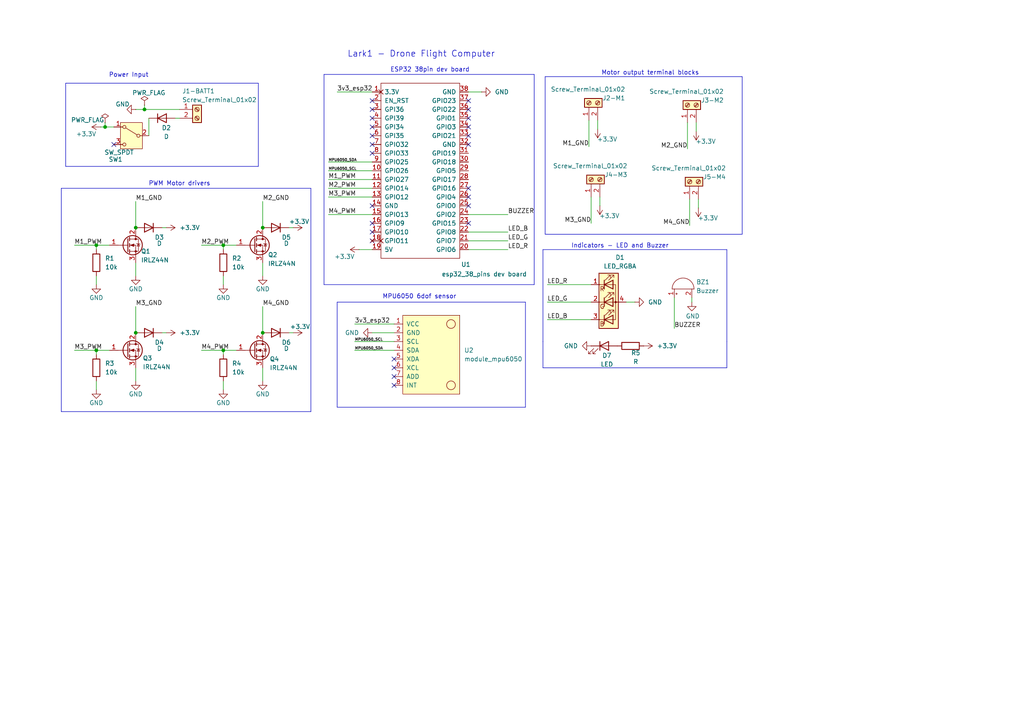
<source format=kicad_sch>
(kicad_sch (version 20250114) (generator "eeschema") (generator_version "9.0")
  (paper "A4")
  (lib_symbols
    (symbol "Connector:Screw_Terminal_01x02" (pin_names (offset 1.016) (hide yes))
      (property "Reference" "J" (at 0 2.54 0))
      (property "Value" "Screw_Terminal_01x02" (at 0 -5.08 0))
      (symbol "Screw_Terminal_01x02_1_1"
        (rectangle (start -1.27 1.27) (end 1.27 -3.81) (stroke (width 0.254)) (fill (type background)))
        (polyline (pts (xy -0.5334 0.3302) (xy 0.3302 -0.508)) (stroke (width 0.1524)))
        (polyline (pts (xy -0.5334 -2.2098) (xy 0.3302 -3.048)) (stroke (width 0.1524)))
        (polyline (pts (xy -0.3556 0.508) (xy 0.508 -0.3302)) (stroke (width 0.1524)))
        (polyline (pts (xy -0.3556 -2.032) (xy 0.508 -2.8702)) (stroke (width 0.1524)))
        (circle (center 0 0) (radius 0.635) (stroke (width 0.1524)))
        (circle (center 0 -2.54) (radius 0.635) (stroke (width 0.1524)))
        (pin passive line (at -5.08 0 0) (length 3.81) (name "Pin_1") (number "1"))
        (pin passive line (at -5.08 -2.54 0) (length 3.81) (name "Pin_2") (number "2"))
      )
    )
    (symbol "Device:Buzzer" (pin_names (offset 0.0254) (hide yes))
      (property "Reference" "BZ" (at 3.81 1.27 0))
      (property "Value" "Buzzer" (at 3.81 -1.27 0))
      (symbol "Buzzer_0_1"
        (polyline (pts (xy -1.651 1.905) (xy -1.143 1.905)))
        (polyline (pts (xy -1.397 2.159) (xy -1.397 1.651)))
        (arc (start 0 3.175) (mid 3.1612 0) (end 0 -3.175))
        (polyline (pts (xy 0 3.175) (xy 0 -3.175)))
      )
      (symbol "Buzzer_1_1"
        (pin passive line (at -2.54 2.54 0) (length 2.54) (name "+") (number "1"))
        (pin passive line (at -2.54 -2.54 0) (length 2.54) (name "-") (number "2"))
      )
    )
    (symbol "Device:D" (pin_numbers (hide yes)) (pin_names (offset 1.016) (hide yes))
      (property "Reference" "D" (at 0 2.54 0))
      (property "Value" "D" (at 0 -2.54 0))
      (symbol "D_0_1"
        (polyline (pts (xy -1.27 1.27) (xy -1.27 -1.27)) (stroke (width 0.254)))
        (polyline (pts (xy 1.27 1.27) (xy 1.27 -1.27) (xy -1.27 0) (xy 1.27 1.27)) (stroke (width 0.254)))
        (polyline (pts (xy 1.27 0) (xy -1.27 0)))
      )
      (symbol "D_1_1"
        (pin passive line (at -3.81 0 0) (length 2.54) (name "K") (number "1"))
        (pin passive line (at 3.81 0 180) (length 2.54) (name "A") (number "2"))
      )
    )
    (symbol "Device:LED" (pin_numbers (hide yes)) (pin_names (offset 1.016) (hide yes))
      (property "Reference" "D" (at 0 2.54 0))
      (property "Value" "LED" (at 0 -2.54 0))
      (symbol "LED_0_1"
        (polyline (pts (xy -3.048 -0.762) (xy -4.572 -2.286) (xy -3.81 -2.286) (xy -4.572 -2.286) (xy -4.572 -1.524)))
        (polyline (pts (xy -1.778 -0.762) (xy -3.302 -2.286) (xy -2.54 -2.286) (xy -3.302 -2.286) (xy -3.302 -1.524)))
        (polyline (pts (xy -1.27 0) (xy 1.27 0)))
        (polyline (pts (xy -1.27 -1.27) (xy -1.27 1.27)) (stroke (width 0.254)))
        (polyline (pts (xy 1.27 -1.27) (xy 1.27 1.27) (xy -1.27 0) (xy 1.27 -1.27)) (stroke (width 0.254)))
      )
      (symbol "LED_1_1"
        (pin passive line (at -3.81 0 0) (length 2.54) (name "K") (number "1"))
        (pin passive line (at 3.81 0 180) (length 2.54) (name "A") (number "2"))
      )
    )
    (symbol "Device:LED_RGBA" (pin_names (offset 0) (hide yes))
      (property "Reference" "D" (at 0 9.398 0))
      (property "Value" "LED_RGBA" (at 0 -8.89 0))
      (symbol "LED_RGBA_0_0"
        (text "R" (at -1.905 3.81 0) (effects (font (size 1.27 1.27))))
        (text "G" (at -1.905 -1.27 0) (effects (font (size 1.27 1.27))))
        (text "B" (at -1.905 -6.35 0) (effects (font (size 1.27 1.27))))
      )
      (symbol "LED_RGBA_0_1"
        (polyline (pts (xy -1.27 6.35) (xy -1.27 3.81)) (stroke (width 0.254)))
        (polyline (pts (xy -1.27 6.35) (xy -1.27 3.81) (xy -1.27 3.81)))
        (polyline (pts (xy -1.27 5.08) (xy -2.54 5.08)))
        (polyline (pts (xy -1.27 5.08) (xy 1.27 5.08)))
        (polyline (pts (xy -1.27 1.27) (xy -1.27 -1.27)) (stroke (width 0.254)))
        (polyline (pts (xy -1.27 1.27) (xy -1.27 -1.27) (xy -1.27 -1.27)))
        (polyline (pts (xy -1.27 0) (xy -2.54 0)))
        (polyline (pts (xy -1.27 -3.81) (xy -1.27 -6.35)) (stroke (width 0.254)))
        (polyline (pts (xy -1.27 -5.08) (xy -2.54 -5.08)))
        (polyline (pts (xy -1.27 -5.08) (xy 1.27 -5.08)))
        (polyline (pts (xy -1.016 6.35) (xy 0.508 7.874) (xy -0.254 7.874) (xy 0.508 7.874) (xy 0.508 7.112)))
        (polyline (pts (xy -1.016 1.27) (xy 0.508 2.794) (xy -0.254 2.794) (xy 0.508 2.794) (xy 0.508 2.032)))
        (polyline (pts (xy -1.016 -3.81) (xy 0.508 -2.286) (xy -0.254 -2.286) (xy 0.508 -2.286) (xy 0.508 -3.048)))
        (polyline (pts (xy 0 6.35) (xy 1.524 7.874) (xy 0.762 7.874) (xy 1.524 7.874) (xy 1.524 7.112)))
        (polyline (pts (xy 0 1.27) (xy 1.524 2.794) (xy 0.762 2.794) (xy 1.524 2.794) (xy 1.524 2.032)))
        (polyline (pts (xy 0 -3.81) (xy 1.524 -2.286) (xy 0.762 -2.286) (xy 1.524 -2.286) (xy 1.524 -3.048)))
        (polyline (pts (xy 1.27 6.35) (xy 1.27 3.81) (xy -1.27 5.08) (xy 1.27 6.35)) (stroke (width 0.254)))
        (rectangle (start 1.27 6.35) (end 1.27 6.35))
        (rectangle (start 1.27 3.81) (end 1.27 6.35))
        (polyline (pts (xy 1.27 1.27) (xy 1.27 -1.27) (xy -1.27 0) (xy 1.27 1.27)) (stroke (width 0.254)))
        (rectangle (start 1.27 1.27) (end 1.27 1.27))
        (polyline (pts (xy 1.27 0) (xy -1.27 0)))
        (polyline (pts (xy 1.27 0) (xy 2.54 0)))
        (rectangle (start 1.27 -1.27) (end 1.27 1.27))
        (polyline (pts (xy 1.27 -3.81) (xy 1.27 -6.35) (xy -1.27 -5.08) (xy 1.27 -3.81)) (stroke (width 0.254)))
        (polyline (pts (xy 1.27 -5.08) (xy 2.032 -5.08) (xy 2.032 5.08) (xy 1.27 5.08)))
        (circle (center 2.032 0) (radius 0.254) (fill (type outline)))
        (rectangle (start 2.794 8.382) (end -2.794 -7.62) (stroke (width 0.254)) (fill (type background)))
      )
      (symbol "LED_RGBA_1_1"
        (pin passive line (at -5.08 5.08 0) (length 2.54) (name "RK") (number "1"))
        (pin passive line (at -5.08 0 0) (length 2.54) (name "GK") (number "2"))
        (pin passive line (at -5.08 -5.08 0) (length 2.54) (name "BK") (number "3"))
        (pin passive line (at 5.08 0 180) (length 2.54) (name "A") (number "4"))
      )
    )
    (symbol "Device:R" (pin_numbers (hide yes)) (pin_names (offset 0))
      (property "Reference" "R" (at 2.032 0 90))
      (property "Value" "R" (at 0 0 90))
      (symbol "R_0_1"
        (rectangle (start -1.016 -2.54) (end 1.016 2.54) (stroke (width 0.254)))
      )
      (symbol "R_1_1"
        (pin passive line (at 0 3.81 270) (length 1.27) (name "~") (number "1"))
        (pin passive line (at 0 -3.81 90) (length 1.27) (name "~") (number "2"))
      )
    )
    (symbol "Switch:SW_SPDT" (pin_names (offset 0) (hide yes))
      (property "Reference" "SW" (at 0 5.08 0))
      (property "Value" "SW_SPDT" (at 0 -5.08 0))
      (symbol "SW_SPDT_0_1"
        (circle (center -2.032 0) (radius 0.4572))
        (polyline (pts (xy -1.651 0.254) (xy 1.651 2.286)))
        (circle (center 2.032 2.54) (radius 0.4572))
        (circle (center 2.032 -2.54) (radius 0.4572))
      )
      (symbol "SW_SPDT_1_1"
        (rectangle (start -3.175 3.81) (end 3.175 -3.81) (fill (type background)))
        (pin passive line (at -5.08 0 0) (length 2.54) (name "B") (number "2"))
        (pin passive line (at 5.08 2.54 180) (length 2.54) (name "A") (number "1"))
        (pin passive line (at 5.08 -2.54 180) (length 2.54) (name "C") (number "3"))
      )
    )
    (symbol "Transistor_FET:IRLZ44N" (pin_names (hide yes))
      (property "Reference" "Q" (at 5.08 1.905 0))
      (property "Value" "IRLZ44N" (at 5.08 0 0))
      (symbol "IRLZ44N_0_1"
        (polyline (pts (xy 0.254 1.905) (xy 0.254 -1.905)) (stroke (width 0.254)))
        (polyline (pts (xy 0.254 0) (xy -2.54 0)))
        (polyline (pts (xy 0.762 2.286) (xy 0.762 1.27)) (stroke (width 0.254)))
        (polyline (pts (xy 0.762 0.508) (xy 0.762 -0.508)) (stroke (width 0.254)))
        (polyline (pts (xy 0.762 -1.27) (xy 0.762 -2.286)) (stroke (width 0.254)))
        (polyline (pts (xy 0.762 -1.778) (xy 3.302 -1.778) (xy 3.302 1.778) (xy 0.762 1.778)))
        (polyline (pts (xy 1.016 0) (xy 2.032 0.381) (xy 2.032 -0.381) (xy 1.016 0)) (fill (type outline)))
        (circle (center 1.651 0) (radius 2.794) (stroke (width 0.254)))
        (polyline (pts (xy 2.54 2.54) (xy 2.54 1.778)))
        (circle (center 2.54 1.778) (radius 0.254) (fill (type outline)))
        (circle (center 2.54 -1.778) (radius 0.254) (fill (type outline)))
        (polyline (pts (xy 2.54 -2.54) (xy 2.54 0) (xy 0.762 0)))
        (polyline (pts (xy 2.794 0.508) (xy 2.921 0.381) (xy 3.683 0.381) (xy 3.81 0.254)))
        (polyline (pts (xy 3.302 0.381) (xy 2.921 -0.254) (xy 3.683 -0.254) (xy 3.302 0.381)))
      )
      (symbol "IRLZ44N_1_1"
        (pin input line (at -5.08 0 0) (length 2.54) (name "G") (number "1"))
        (pin passive line (at 2.54 5.08 270) (length 2.54) (name "D") (number "2"))
        (pin passive line (at 2.54 -5.08 90) (length 2.54) (name "S") (number "3"))
      )
    )
    (symbol "mighty_esp32_38_pins-custom_library:esp32_38_pins-custom_library" (pin_names (offset 1.016))
      (property "Reference" "U" (at -1.27 8.89 0))
      (property "Value" "esp32_38_pins-custom_library" (at 12.7 -44.45 0))
      (property "Footprint" "esp32_lora_v2:esp32_devkitv4_38pin" (at 10.16 -45.72 0))
      (property "Datasheet" "https://docs.espressif.com/projects/esp-idf/en/latest/get-started/get-started-devkitc.html" (at 0 0 0))
      (symbol "esp32_38_pins-custom_library_0_1"
        (rectangle (start -2.54 7.62) (end 20.32 -43.18))
      )
      (symbol "esp32_38_pins-custom_library_1_1"
        (pin power_out non_logic (at -5.08 5.08 0) (length 2.54) (name "3.3V") (number "1"))
        (pin bidirectional line (at -5.08 2.54 0) (length 2.54) (name "EN_RST") (number "2"))
        (pin input line (at -5.08 0 0) (length 2.54) (name "GPI36") (number "3"))
        (pin input line (at -5.08 -2.54 0) (length 2.54) (name "GPI39") (number "4"))
        (pin input line (at -5.08 -5.08 0) (length 2.54) (name "GPI34") (number "5"))
        (pin input line (at -5.08 -7.62 0) (length 2.54) (name "GPI35") (number "6"))
        (pin bidirectional line (at -5.08 -10.16 0) (length 2.54) (name "GPIO32") (number "7"))
        (pin bidirectional line (at -5.08 -12.7 0) (length 2.54) (name "GPIO33") (number "8"))
        (pin bidirectional line (at -5.08 -15.24 0) (length 2.54) (name "GPIO25") (number "9"))
        (pin bidirectional line (at -5.08 -17.78 0) (length 2.54) (name "GPIO26") (number "10"))
        (pin bidirectional line (at -5.08 -20.32 0) (length 2.54) (name "GPIO27") (number "11"))
        (pin bidirectional line (at -5.08 -22.86 0) (length 2.54) (name "GPIO14") (number "12"))
        (pin bidirectional line (at -5.08 -25.4 0) (length 2.54) (name "GPIO12") (number "13"))
        (pin power_in line (at -5.08 -27.94 0) (length 2.54) (name "GND") (number "14"))
        (pin bidirectional line (at -5.08 -30.48 0) (length 2.54) (name "GPIO13") (number "15"))
        (pin bidirectional line (at -5.08 -33.02 0) (length 2.54) (name "GPIO9") (number "16"))
        (pin bidirectional line (at -5.08 -35.56 0) (length 2.54) (name "GPIO10") (number "17"))
        (pin no_connect non_logic (at -5.08 -38.1 0) (length 2.54) (name "GPIO11") (number "18"))
        (pin power_in line (at -5.08 -40.64 0) (length 2.54) (name "5V") (number "19"))
        (pin passive line (at 22.86 5.08 180) (length 2.54) (name "GND") (number "38"))
        (pin bidirectional line (at 22.86 2.54 180) (length 2.54) (name "GPIO23") (number "37"))
        (pin bidirectional line (at 22.86 0 180) (length 2.54) (name "GPIO22") (number "36"))
        (pin bidirectional line (at 22.86 -2.54 180) (length 2.54) (name "GPIO1") (number "35"))
        (pin bidirectional line (at 22.86 -5.08 180) (length 2.54) (name "GPIO3") (number "34"))
        (pin bidirectional line (at 22.86 -7.62 180) (length 2.54) (name "GPIO21") (number "33"))
        (pin tri_state line (at 22.86 -10.16 180) (length 2.54) (name "GND") (number "32"))
        (pin bidirectional line (at 22.86 -12.7 180) (length 2.54) (name "GPIO19") (number "31"))
        (pin bidirectional line (at 22.86 -15.24 180) (length 2.54) (name "GPIO18") (number "30"))
        (pin bidirectional line (at 22.86 -17.78 180) (length 2.54) (name "GPIO5") (number "29"))
        (pin bidirectional line (at 22.86 -20.32 180) (length 2.54) (name "GPIO17") (number "28"))
        (pin bidirectional line (at 22.86 -22.86 180) (length 2.54) (name "GPIO16") (number "27"))
        (pin bidirectional line (at 22.86 -25.4 180) (length 2.54) (name "GPIO4") (number "26"))
        (pin bidirectional line (at 22.86 -27.94 180) (length 2.54) (name "GPIO0") (number "25"))
        (pin bidirectional line (at 22.86 -30.48 180) (length 2.54) (name "GPIO2") (number "24"))
        (pin bidirectional line (at 22.86 -33.02 180) (length 2.54) (name "GPIO15") (number "23"))
        (pin bidirectional line (at 22.86 -35.56 180) (length 2.54) (name "GPIO8") (number "22"))
        (pin bidirectional line (at 22.86 -38.1 180) (length 2.54) (name "GPIO7") (number "21"))
        (pin bidirectional line (at 22.86 -40.64 180) (length 2.54) (name "GPIO6") (number "20"))
      )
    )
    (symbol "power:+3.3V" (power) (pin_numbers (hide yes)) (pin_names (offset 0) (hide yes))
      (property "Value" "+3.3V" (at 0 3.556 0))
      (symbol "+3.3V_0_1"
        (polyline (pts (xy -0.762 1.27) (xy 0 2.54)))
        (polyline (pts (xy 0 2.54) (xy 0.762 1.27)))
        (polyline (pts (xy 0 0) (xy 0 2.54)))
      )
      (symbol "+3.3V_1_1"
        (pin power_in line (at 0 0 90) (length 0) (name "~") (number "1"))
      )
    )
    (symbol "power:GND" (power) (pin_numbers (hide yes)) (pin_names (offset 0) (hide yes))
      (property "Value" "GND" (at 0 -3.81 0))
      (symbol "GND_0_1"
        (polyline (pts (xy 0 0) (xy 0 -1.27) (xy 1.27 -1.27) (xy 0 -2.54) (xy -1.27 -1.27) (xy 0 -1.27)))
      )
      (symbol "GND_1_1"
        (pin power_in line (at 0 0 270) (length 0) (name "~") (number "1"))
      )
    )
    (symbol "power:PWR_FLAG" (power) (pin_numbers (hide yes)) (pin_names (offset 0) (hide yes))
      (property "Value" "PWR_FLAG" (at 0 3.81 0))
      (symbol "PWR_FLAG_0_0"
        (pin power_out line (at 0 0 90) (length 0) (name "~") (number "1"))
      )
      (symbol "PWR_FLAG_0_1"
        (polyline (pts (xy 0 0) (xy 0 1.27) (xy -1.016 1.905) (xy 0 2.54) (xy 1.016 1.905) (xy 0 1.27)))
      )
    )
    (symbol "usini_sensors:module_mpu6050" (pin_names (offset 1.016))
      (property "Reference" "U" (at 2.54 21.59 0))
      (property "Value" "module_mpu6050" (at 11.43 -3.81 0))
      (symbol "module_mpu6050_0_1"
        (rectangle (start 2.54 20.32) (end 19.05 -2.54) (fill (type background)))
        (circle (center 16.51 17.78) (radius 1.27))
        (circle (center 16.51 0) (radius 1.27))
      )
      (symbol "module_mpu6050_1_1"
        (pin input line (at 0 17.78 0) (length 2.54) (name "VCC") (number "1"))
        (pin input line (at 0 15.24 0) (length 2.54) (name "GND") (number "2"))
        (pin input line (at 0 12.7 0) (length 2.54) (name "SCL") (number "3"))
        (pin input line (at 0 10.16 0) (length 2.54) (name "SDA") (number "4"))
        (pin input line (at 0 7.62 0) (length 2.54) (name "XDA") (number "5"))
        (pin input line (at 0 5.08 0) (length 2.54) (name "XCL") (number "6"))
        (pin input line (at 0 2.54 0) (length 2.54) (name "ADD") (number "7"))
        (pin input line (at 0 0 0) (length 2.54) (name "INT") (number "8"))
      )
    )
  )
  (text "Indicators - LED and Buzzer" (at 179.832 71.374 0) (effects (font (size 1.27 1.27))))
  (text "PWM Motor drivers" (at 52.07 53.34 0) (effects (font (size 1.27 1.27))))
  (text "Power Input\n" (at 37.338 21.844 0) (effects (font (size 1.27 1.27))))
  (text "MPU6050 6dof sensor" (at 121.666 86.106 0) (effects (font (size 1.27 1.27))))
  (text "Lark1 - Drone Flight Computer" (at 122.174 15.748 0) (effects (font (size 1.778 1.778))))
  (text "ESP32 38pin dev board" (at 124.714 20.32 0) (effects (font (size 1.27 1.27))))
  (text "Motor output terminal blocks" (at 188.595 21.209 0) (effects (font (size 1.27 1.27))))
  (junction (at 41.91 31.75))
  (junction (at 39.37 66.04))
  (junction (at 76.2 66.04))
  (junction (at 27.94 71.12))
  (junction (at 64.77 71.12))
  (junction (at 76.2 96.52))
  (junction (at 39.37 96.52))
  (junction (at 27.94 101.6))
  (junction (at 64.77 101.6))
  (junction (at 30.48 36.83))
  (no_connect (at 135.89 36.83))
  (no_connect (at 135.89 34.29))
  (no_connect (at 135.89 54.61))
  (no_connect (at 33.02 41.91))
  (no_connect (at 107.95 39.37))
  (no_connect (at 107.95 31.75))
  (no_connect (at 114.3 111.76))
  (no_connect (at 107.95 64.77))
  (no_connect (at 107.95 67.31))
  (no_connect (at 135.89 59.69))
  (no_connect (at 135.89 31.75))
  (no_connect (at 135.89 41.91))
  (no_connect (at 107.95 69.85))
  (no_connect (at 135.89 39.37))
  (no_connect (at 114.3 109.22))
  (no_connect (at 135.89 64.77))
  (no_connect (at 135.89 29.21))
  (no_connect (at 107.95 34.29))
  (no_connect (at 114.3 104.14))
  (no_connect (at 107.95 36.83))
  (no_connect (at 107.95 59.69))
  (no_connect (at 107.95 29.21))
  (no_connect (at 107.95 41.91))
  (no_connect (at 107.95 44.45))
  (no_connect (at 135.89 57.15))
  (no_connect (at 114.3 106.68))
  (wire (pts (xy 27.94 101.6) (xy 27.94 102.87)))
  (wire (pts (xy 39.37 31.75) (xy 41.91 31.75)))
  (polyline (pts (xy 74.93 24.13) (xy 74.93 48.26)))
  (wire (pts (xy 27.94 101.6) (xy 31.75 101.6)))
  (wire (pts (xy 199.39 43.18) (xy 199.39 35.56)))
  (polyline (pts (xy 210.82 72.39) (xy 210.82 99.06)))
  (wire (pts (xy 27.94 80.01) (xy 27.94 82.55)))
  (wire (pts (xy 158.75 87.63) (xy 171.45 87.63)))
  (polyline (pts (xy 210.82 99.06) (xy 210.82 106.68)))
  (wire (pts (xy 104.14 72.39) (xy 107.95 72.39)))
  (wire (pts (xy 58.42 101.6) (xy 64.77 101.6)))
  (polyline (pts (xy 157.48 72.39) (xy 157.48 99.06)))
  (wire (pts (xy 30.48 35.56) (xy 30.48 36.83)))
  (wire (pts (xy 64.77 110.49) (xy 64.77 113.03)))
  (wire (pts (xy 201.93 38.1) (xy 201.93 35.56)))
  (wire (pts (xy 95.25 62.23) (xy 107.95 62.23)))
  (wire (pts (xy 64.77 101.6) (xy 64.77 102.87)))
  (polyline (pts (xy 152.4 87.63) (xy 152.4 118.11)))
  (polyline (pts (xy 97.79 87.63) (xy 152.4 87.63)))
  (wire (pts (xy 27.94 110.49) (xy 27.94 113.03)))
  (wire (pts (xy 46.99 96.52) (xy 48.26 96.52)))
  (wire (pts (xy 102.87 99.06) (xy 114.3 99.06)))
  (wire (pts (xy 95.25 49.53) (xy 107.95 49.53)))
  (wire (pts (xy 58.42 71.12) (xy 64.77 71.12)))
  (wire (pts (xy 95.25 57.15) (xy 107.95 57.15)))
  (wire (pts (xy 43.18 39.37) (xy 43.18 34.29)))
  (polyline (pts (xy 74.93 48.26) (xy 19.05 48.26)))
  (polyline (pts (xy 215.265 67.945) (xy 215.265 22.225)))
  (wire (pts (xy 76.2 58.42) (xy 76.2 66.04)))
  (polyline (pts (xy 97.79 87.63) (xy 97.79 118.11)))
  (wire (pts (xy 173.99 59.69) (xy 173.99 57.15)))
  (wire (pts (xy 50.8 34.29) (xy 52.07 34.29)))
  (wire (pts (xy 181.61 87.63) (xy 184.15 87.63)))
  (wire (pts (xy 158.75 82.55) (xy 171.45 82.55)))
  (wire (pts (xy 27.94 71.12) (xy 27.94 72.39)))
  (polyline (pts (xy 17.78 54.61) (xy 90.17 54.61)))
  (polyline (pts (xy 154.94 82.55) (xy 93.98 82.55)))
  (wire (pts (xy 39.37 58.42) (xy 39.37 66.04)))
  (polyline (pts (xy 154.94 21.59) (xy 154.94 82.55)))
  (wire (pts (xy 158.75 92.71) (xy 171.45 92.71)))
  (wire (pts (xy 200.025 65.405) (xy 200.025 57.785)))
  (wire (pts (xy 39.37 76.2) (xy 39.37 80.01)))
  (polyline (pts (xy 97.79 118.11) (xy 152.4 118.11)))
  (polyline (pts (xy 93.98 21.59) (xy 154.94 21.59)))
  (wire (pts (xy 95.25 52.07) (xy 107.95 52.07)))
  (wire (pts (xy 76.2 106.68) (xy 76.2 110.49)))
  (wire (pts (xy 135.89 67.31) (xy 147.32 67.31)))
  (wire (pts (xy 64.77 71.12) (xy 64.77 72.39)))
  (polyline (pts (xy 157.48 99.06) (xy 157.48 106.68)))
  (wire (pts (xy 170.815 42.545) (xy 170.815 34.925)))
  (wire (pts (xy 195.58 86.36) (xy 195.58 95.25)))
  (wire (pts (xy 39.37 106.68) (xy 39.37 110.49)))
  (polyline (pts (xy 93.98 21.59) (xy 93.98 82.55)))
  (wire (pts (xy 107.95 96.52) (xy 114.3 96.52)))
  (wire (pts (xy 97.79 26.67) (xy 107.95 26.67)))
  (wire (pts (xy 64.77 71.12) (xy 68.58 71.12)))
  (wire (pts (xy 102.87 101.6) (xy 114.3 101.6)))
  (wire (pts (xy 29.21 36.83) (xy 30.48 36.83)))
  (polyline (pts (xy 90.17 54.61) (xy 90.17 119.38)))
  (wire (pts (xy 102.87 93.98) (xy 114.3 93.98)))
  (wire (pts (xy 41.91 31.75) (xy 52.07 31.75)))
  (wire (pts (xy 200.66 86.36) (xy 200.66 87.63)))
  (wire (pts (xy 27.94 71.12) (xy 31.75 71.12)))
  (wire (pts (xy 76.2 76.2) (xy 76.2 80.01)))
  (wire (pts (xy 83.82 96.52) (xy 85.09 96.52)))
  (wire (pts (xy 76.2 88.9) (xy 76.2 96.52)))
  (wire (pts (xy 173.355 37.465) (xy 173.355 34.925)))
  (wire (pts (xy 30.48 36.83) (xy 33.02 36.83)))
  (wire (pts (xy 21.59 101.6) (xy 27.94 101.6)))
  (wire (pts (xy 202.565 60.325) (xy 202.565 57.785)))
  (wire (pts (xy 135.89 72.39) (xy 147.32 72.39)))
  (wire (pts (xy 64.77 101.6) (xy 68.58 101.6)))
  (wire (pts (xy 64.77 80.01) (xy 64.77 82.55)))
  (wire (pts (xy 135.89 62.23) (xy 147.32 62.23)))
  (wire (pts (xy 21.59 71.12) (xy 27.94 71.12)))
  (polyline (pts (xy 90.17 119.38) (xy 17.78 119.38)))
  (polyline (pts (xy 157.48 72.39) (xy 210.82 72.39)))
  (wire (pts (xy 41.91 30.48) (xy 41.91 31.75)))
  (wire (pts (xy 95.25 54.61) (xy 107.95 54.61)))
  (polyline (pts (xy 158.115 22.225) (xy 158.115 67.945)))
  (wire (pts (xy 171.45 64.77) (xy 171.45 57.15)))
  (wire (pts (xy 135.89 69.85) (xy 147.32 69.85)))
  (wire (pts (xy 95.25 46.99) (xy 107.95 46.99)))
  (polyline (pts (xy 19.05 24.13) (xy 19.05 48.26)))
  (polyline (pts (xy 17.78 54.61) (xy 17.78 119.38)))
  (wire (pts (xy 39.37 88.9) (xy 39.37 96.52)))
  (wire (pts (xy 135.89 26.67) (xy 139.7 26.67)))
  (polyline (pts (xy 158.115 67.945) (xy 215.265 67.945)))
  (polyline (pts (xy 158.115 22.225) (xy 215.265 22.225)))
  (wire (pts (xy 83.82 66.04) (xy 85.09 66.04)))
  (polyline (pts (xy 19.05 24.13) (xy 74.93 24.13)))
  (polyline (pts (xy 157.48 106.68) (xy 210.82 106.68)))
  (wire (pts (xy 46.99 66.04) (xy 48.26 66.04)))
  (label "M3_GND" (at 171.45 64.77 180))
  (label "LED_B" (at 147.32 67.31 0))
  (label "M2_GND" (at 76.2 58.42 0))
  (label "M1_GND" (at 170.815 42.545 180))
  (label "3v3_esp32" (at 97.79 26.67 0))
  (label "M4_GND" (at 200.025 65.405 180))
  (label "M2_PWM" (at 95.25 54.61 0))
  (label "M4_GND" (at 76.2 88.9 0))
  (label "MPU6050_SCL" (at 102.87 99.06 0) (effects (font (size 0.762 0.762))))
  (label "M1_PWM" (at 21.59 71.12 0))
  (label "M3_GND" (at 39.37 88.9 0))
  (label "M3_PWM" (at 21.59 101.6 0))
  (label "BUZZER" (at 195.58 95.25 0))
  (label "LED_R" (at 147.32 72.39 0))
  (label "MPU6050_SCL" (at 95.25 49.53 0) (effects (font (size 0.762 0.762))))
  (label "M2_PWM" (at 58.42 71.12 0))
  (label "LED_R" (at 158.75 82.55 0))
  (label "LED_G" (at 147.32 69.85 0))
  (label "M4_PWM" (at 58.42 101.6 0))
  (label "M1_PWM" (at 95.25 52.07 0))
  (label "BUZZER" (at 147.32 62.23 0))
  (label "3v3_esp32" (at 102.87 93.98 0))
  (label "M2_GND" (at 199.39 43.18 180))
  (label "MPU6050_SDA" (at 95.25 46.99 0) (effects (font (size 0.762 0.762))))
  (label "LED_B" (at 158.75 92.71 0))
  (label "M4_PWM" (at 95.25 62.23 0))
  (label "MPU6050_SDA" (at 102.87 101.6 0) (effects (font (size 0.762 0.762))))
  (label "M3_PWM" (at 95.25 57.15 0))
  (label "LED_G" (at 158.75 87.63 0))
  (label "M1_GND" (at 39.37 58.42 0))
  (symbol (lib_id "Transistor_FET:IRLZ44N") (at 36.83 71.12 0) (unit 1)
    (property "Reference" "Q1" (at 40.894 72.898 0) (effects (justify left)))
    (property "Value" "IRLZ44N" (at 40.894 75.438 0) (effects (justify left)))
    (property "Footprint" "Package_TO_SOT_THT:TO-220-3_Vertical" (effects (hide yes)))
    (property "Datasheet" "http://www.irf.com/product-info/datasheets/data/irlz44n.pdf" (effects (hide yes)))
    (property "Description" "47A Id, 55V Vds, 22mOhm Rds Single N-Channel HEXFET Power MOSFET, TO-220AB" (effects (hide yes)))
  )
  (symbol (lib_id "power:+3.3V") (at 29.21 36.83 90) (unit 1)
    (property "Reference" "#PWR02" (effects (hide yes)))
    (property "Value" "+3.3V" (at 27.94 38.862 90) (effects (justify left)))
    (property "Description" "Power symbol creates a global label with name \"+3.3V\"" (effects (hide yes)))
  )
  (symbol (lib_id "Connector:Screw_Terminal_01x02") (at 171.45 52.07 90) (unit 1)
    (property "Reference" "J4-M3" (at 181.991 50.673 90) (effects (justify left)))
    (property "Value" "Screw_Terminal_01x02" (at 181.991 48.133 90) (effects (justify left)))
    (property "Footprint" "TerminalBlock:TerminalBlock_Altech_AK300-2_P5.00mm" (effects (hide yes)))
    (property "Description" "Generic screw terminal, single row, 01x02, script generated (kicad-library-utils/schlib/autogen/connector/)" (effects (hide yes)))
  )
  (symbol (lib_id "power:GND") (at 171.45 100.33 270) (unit 1)
    (property "Reference" "#PWR025" (effects (hide yes)))
    (property "Value" "GND" (at 167.64 100.3299 90) (effects (justify right)))
    (property "Description" "Power symbol creates a global label with name \"GND\" , ground" (effects (hide yes)))
  )
  (symbol (lib_id "power:+3.3V") (at 85.09 66.04 270) (unit 1)
    (property "Reference" "#PWR021" (effects (hide yes)))
    (property "Value" "+3.3V" (at 83.82 64.262 90) (effects (justify left)))
    (property "Description" "Power symbol creates a global label with name \"+3.3V\"" (effects (hide yes)))
  )
  (symbol (lib_id "Device:R") (at 27.94 76.2 0) (unit 1)
    (property "Reference" "R1" (at 30.48 74.9299 0) (effects (justify left)))
    (property "Value" "10k" (at 30.48 77.4699 0) (effects (justify left)))
    (property "Footprint" "Resistor_THT:R_Axial_DIN0204_L3.6mm_D1.6mm_P5.08mm_Horizontal" (effects (hide yes)))
    (property "Description" "Resistor" (effects (hide yes)))
  )
  (symbol (lib_id "power:+3.3V") (at 173.99 59.69 180) (unit 1)
    (property "Reference" "#PWR015" (effects (hide yes)))
    (property "Value" "+3.3V" (at 179.705 62.611 0) (effects (justify left)))
    (property "Description" "Power symbol creates a global label with name \"+3.3V\"" (effects (hide yes)))
  )
  (symbol (lib_id "power:+3.3V") (at 201.93 38.1 180) (unit 1)
    (property "Reference" "#PWR014" (effects (hide yes)))
    (property "Value" "+3.3V" (at 207.645 41.021 0) (effects (justify left)))
    (property "Description" "Power symbol creates a global label with name \"+3.3V\"" (effects (hide yes)))
  )
  (symbol (lib_id "power:GND") (at 64.77 113.03 0) (unit 1)
    (property "Reference" "#PWR011" (effects (hide yes)))
    (property "Value" "GND" (at 64.77 116.84 0))
    (property "Description" "Power symbol creates a global label with name \"GND\" , ground" (effects (hide yes)))
  )
  (symbol (lib_id "power:GND") (at 39.37 31.75 270) (unit 1)
    (property "Reference" "#PWR01" (effects (hide yes)))
    (property "Value" "GND" (at 37.592 30.226 90) (effects (justify right)))
    (property "Description" "Power symbol creates a global label with name \"GND\" , ground" (effects (hide yes)))
  )
  (symbol (lib_id "Transistor_FET:IRLZ44N") (at 36.83 101.6 0) (unit 1)
    (property "Reference" "Q3" (at 41.402 103.886 0) (effects (justify left)))
    (property "Value" "IRLZ44N" (at 41.402 106.426 0) (effects (justify left)))
    (property "Footprint" "Package_TO_SOT_THT:TO-220-3_Vertical" (effects (hide yes)))
    (property "Datasheet" "http://www.irf.com/product-info/datasheets/data/irlz44n.pdf" (effects (hide yes)))
    (property "Description" "47A Id, 55V Vds, 22mOhm Rds Single N-Channel HEXFET Power MOSFET, TO-220AB" (effects (hide yes)))
  )
  (symbol (lib_id "Device:D") (at 80.01 66.04 180) (unit 1)
    (property "Reference" "D5" (at 83.058 68.834 0))
    (property "Value" "D" (at 83.058 70.612 0))
    (property "Footprint" "Diode_THT:D_5KPW_P12.70mm_Horizontal" (effects (hide yes)))
    (property "Description" "Diode" (effects (hide yes)))
    (property "Sim.Device" "D" (effects (hide yes)))
    (property "Sim.Pins" "1=K 2=A" (effects (hide yes)))
  )
  (symbol (lib_id "Device:R") (at 182.88 100.33 90) (unit 1)
    (property "Reference" "R5" (at 184.404 102.362 90))
    (property "Value" "R" (at 184.404 104.902 90))
    (property "Footprint" "Resistor_THT:R_Axial_DIN0204_L3.6mm_D1.6mm_P5.08mm_Horizontal" (effects (hide yes)))
    (property "Description" "Resistor" (effects (hide yes)))
  )
  (symbol (lib_id "Device:D") (at 46.99 34.29 0) (unit 1)
    (property "Reference" "D2" (at 48.26 37.084 0))
    (property "Value" "D" (at 48.26 39.624 0))
    (property "Footprint" "Diode_THT:D_5KPW_P12.70mm_Horizontal" (effects (hide yes)))
    (property "Description" "Diode" (effects (hide yes)))
    (property "Sim.Device" "D" (effects (hide yes)))
    (property "Sim.Pins" "1=K 2=A" (effects (hide yes)))
  )
  (symbol (lib_id "Device:LED") (at 175.26 100.33 0) (unit 1)
    (property "Reference" "D7" (at 176.022 103.124 0))
    (property "Value" "LED" (at 176.022 105.664 0))
    (property "Footprint" "LED_THT:LED_D3.0mm" (effects (hide yes)))
    (property "Description" "Light emitting diode" (effects (hide yes)))
    (property "Sim.Pins" "1=K 2=A" (effects (hide yes)))
  )
  (symbol (lib_id "Connector:Screw_Terminal_01x02") (at 200.025 52.705 90) (unit 1)
    (property "Reference" "J5-M4" (at 210.566 51.308 90) (effects (justify left)))
    (property "Value" "Screw_Terminal_01x02" (at 210.566 48.768 90) (effects (justify left)))
    (property "Footprint" "TerminalBlock:TerminalBlock_Altech_AK300-2_P5.00mm" (effects (hide yes)))
    (property "Description" "Generic screw terminal, single row, 01x02, script generated (kicad-library-utils/schlib/autogen/connector/)" (effects (hide yes)))
  )
  (symbol (lib_id "power:GND") (at 27.94 113.03 0) (unit 1)
    (property "Reference" "#PWR09" (effects (hide yes)))
    (property "Value" "GND" (at 27.94 116.84 0))
    (property "Description" "Power symbol creates a global label with name \"GND\" , ground" (effects (hide yes)))
  )
  (symbol (lib_id "power:GND") (at 27.94 82.55 0) (unit 1)
    (property "Reference" "#PWR05" (effects (hide yes)))
    (property "Value" "GND" (at 27.94 86.36 0))
    (property "Description" "Power symbol creates a global label with name \"GND\" , ground" (effects (hide yes)))
  )
  (symbol (lib_id "power:GND") (at 39.37 80.01 0) (unit 1)
    (property "Reference" "#PWR06" (effects (hide yes)))
    (property "Value" "GND" (at 39.37 83.82 0))
    (property "Description" "Power symbol creates a global label with name \"GND\" , ground" (effects (hide yes)))
  )
  (symbol (lib_id "power:GND") (at 107.95 96.52 270) (unit 1)
    (property "Reference" "#PWR017" (effects (hide yes)))
    (property "Value" "GND" (at 104.14 96.5199 90) (effects (justify right)))
    (property "Description" "Power symbol creates a global label with name \"GND\" , ground" (effects (hide yes)))
  )
  (symbol (lib_id "power:+3.3V") (at 173.355 37.465 180) (unit 1)
    (property "Reference" "#PWR013" (effects (hide yes)))
    (property "Value" "+3.3V" (at 179.07 40.386 0) (effects (justify left)))
    (property "Description" "Power symbol creates a global label with name \"+3.3V\"" (effects (hide yes)))
  )
  (symbol (lib_id "power:+3.3V") (at 48.26 96.52 270) (unit 1)
    (property "Reference" "#PWR022" (effects (hide yes)))
    (property "Value" "+3.3V" (at 52.07 96.5199 90) (effects (justify left)))
    (property "Description" "Power symbol creates a global label with name \"+3.3V\"" (effects (hide yes)))
  )
  (symbol (lib_id "Device:R") (at 64.77 106.68 0) (unit 1)
    (property "Reference" "R4" (at 67.31 105.4099 0) (effects (justify left)))
    (property "Value" "10k" (at 67.31 107.9499 0) (effects (justify left)))
    (property "Footprint" "Resistor_THT:R_Axial_DIN0204_L3.6mm_D1.6mm_P5.08mm_Horizontal" (effects (hide yes)))
    (property "Description" "Resistor" (effects (hide yes)))
  )
  (symbol (lib_id "power:GND") (at 139.7 26.67 90) (unit 1)
    (property "Reference" "#PWR04" (effects (hide yes)))
    (property "Value" "GND" (at 143.51 26.6699 90) (effects (justify right)))
    (property "Description" "Power symbol creates a global label with name \"GND\" , ground" (effects (hide yes)))
  )
  (symbol (lib_id "power:GND") (at 200.66 87.63 0) (unit 1)
    (property "Reference" "#PWR019" (effects (hide yes)))
    (property "Value" "GND" (at 200.914 91.694 0))
    (property "Description" "Power symbol creates a global label with name \"GND\" , ground" (effects (hide yes)))
  )
  (symbol (lib_id "power:GND") (at 76.2 110.49 0) (unit 1)
    (property "Reference" "#PWR012" (effects (hide yes)))
    (property "Value" "GND" (at 76.2 114.3 0))
    (property "Description" "Power symbol creates a global label with name \"GND\" , ground" (effects (hide yes)))
  )
  (symbol (lib_id "usini_sensors:module_mpu6050") (at 114.3 111.76 0) (unit 1)
    (property "Reference" "U2" (at 134.62 101.5999 0) (effects (justify left)))
    (property "Value" "module_mpu6050" (at 134.62 104.1399 0) (effects (justify left)))
    (property "Footprint" "Connector_PinSocket_2.54mm:PinSocket_1x08_P2.54mm_Vertical" (effects (hide yes)))
  )
  (symbol (lib_id "power:GND") (at 39.37 110.49 0) (unit 1)
    (property "Reference" "#PWR010" (effects (hide yes)))
    (property "Value" "GND" (at 39.37 114.3 0))
    (property "Description" "Power symbol creates a global label with name \"GND\" , ground" (effects (hide yes)))
  )
  (symbol (lib_id "power:+3.3V") (at 202.565 60.325 180) (unit 1)
    (property "Reference" "#PWR016" (effects (hide yes)))
    (property "Value" "+3.3V" (at 208.28 63.246 0) (effects (justify left)))
    (property "Description" "Power symbol creates a global label with name \"+3.3V\"" (effects (hide yes)))
  )
  (symbol (lib_id "mighty_esp32_38_pins-custom_library:esp32_38_pins-custom_library") (at 113.03 31.75 0) (unit 1)
    (property "Reference" "U1" (at 135.128 76.708 0))
    (property "Value" "esp32_38_pins dev board" (at 140.462 79.502 0))
    (property "Footprint" "Connector_PinSocket_2.54mm:PinSocket_2x19_P2.54mm_Vertical" (effects (hide yes)))
    (property "Datasheet" "https://docs.espressif.com/projects/esp-idf/en/latest/get-started/get-started-devkitc.html" (effects (hide yes)))
  )
  (symbol (lib_id "Device:D") (at 80.01 96.52 180) (unit 1)
    (property "Reference" "D6" (at 83.058 99.314 0))
    (property "Value" "D" (at 83.058 101.092 0))
    (property "Footprint" "Diode_THT:D_5KPW_P12.70mm_Horizontal" (effects (hide yes)))
    (property "Description" "Diode" (effects (hide yes)))
    (property "Sim.Device" "D" (effects (hide yes)))
    (property "Sim.Pins" "1=K 2=A" (effects (hide yes)))
  )
  (symbol (lib_id "Transistor_FET:IRLZ44N") (at 73.66 101.6 0) (unit 1)
    (property "Reference" "Q4" (at 78.232 104.14 0) (effects (justify left)))
    (property "Value" "IRLZ44N" (at 78.232 106.68 0) (effects (justify left)))
    (property "Footprint" "Package_TO_SOT_THT:TO-220-3_Vertical" (effects (hide yes)))
    (property "Datasheet" "http://www.irf.com/product-info/datasheets/data/irlz44n.pdf" (effects (hide yes)))
    (property "Description" "47A Id, 55V Vds, 22mOhm Rds Single N-Channel HEXFET Power MOSFET, TO-220AB" (effects (hide yes)))
  )
  (symbol (lib_id "power:PWR_FLAG") (at 41.91 30.48 0) (unit 1)
    (property "Reference" "#FLG01" (effects (hide yes)))
    (property "Value" "PWR_FLAG" (at 43.18 26.924 0))
    (property "Description" "Special symbol for telling ERC where power comes from" (effects (hide yes)))
  )
  (symbol (lib_id "power:GND") (at 64.77 82.55 0) (unit 1)
    (property "Reference" "#PWR07" (effects (hide yes)))
    (property "Value" "GND" (at 64.77 86.36 0))
    (property "Description" "Power symbol creates a global label with name \"GND\" , ground" (effects (hide yes)))
  )
  (symbol (lib_id "Device:R") (at 27.94 106.68 0) (unit 1)
    (property "Reference" "R3" (at 30.48 105.4099 0) (effects (justify left)))
    (property "Value" "10k" (at 30.48 107.9499 0) (effects (justify left)))
    (property "Footprint" "Resistor_THT:R_Axial_DIN0204_L3.6mm_D1.6mm_P5.08mm_Horizontal" (effects (hide yes)))
    (property "Description" "Resistor" (effects (hide yes)))
  )
  (symbol (lib_id "power:GND") (at 76.2 80.01 0) (unit 1)
    (property "Reference" "#PWR08" (effects (hide yes)))
    (property "Value" "GND" (at 76.2 83.82 0))
    (property "Description" "Power symbol creates a global label with name \"GND\" , ground" (effects (hide yes)))
  )
  (symbol (lib_id "power:+3.3V") (at 104.14 72.39 90) (unit 1)
    (property "Reference" "#PWR03" (effects (hide yes)))
    (property "Value" "+3.3V" (at 102.87 74.422 90) (effects (justify left)))
    (property "Description" "Power symbol creates a global label with name \"+3.3V\"" (effects (hide yes)))
  )
  (symbol (lib_id "Device:Buzzer") (at 198.12 83.82 90) (unit 1)
    (property "Reference" "BZ1" (at 201.93 81.7948 90) (effects (justify right)))
    (property "Value" "Buzzer" (at 201.93 84.3348 90) (effects (justify right)))
    (property "Footprint" "Buzzer_Beeper:Buzzer_12x9.5RM7.6" (effects (hide yes)))
    (property "Description" "Buzzer, polarized" (effects (hide yes)))
  )
  (symbol (lib_id "power:PWR_FLAG") (at 30.48 35.56 0) (unit 1)
    (property "Reference" "#FLG02" (effects (hide yes)))
    (property "Value" "PWR_FLAG" (at 20.574 34.798 0) (effects (justify left)))
    (property "Description" "Special symbol for telling ERC where power comes from" (effects (hide yes)))
  )
  (symbol (lib_id "Device:LED_RGBA") (at 176.53 87.63 0) (unit 1)
    (property "Reference" "D1" (at 179.832 74.676 0))
    (property "Value" "LED_RGBA" (at 179.832 77.216 0))
    (property "Footprint" "LED_THT:LED_D5.0mm-4_RGB_Wide_Pins" (effects (hide yes)))
    (property "Description" "RGB LED, red/green/blue/anode" (effects (hide yes)))
  )
  (symbol (lib_id "Connector:Screw_Terminal_01x02") (at 199.39 30.48 90) (unit 1)
    (property "Reference" "J3-M2" (at 209.931 29.083 90) (effects (justify left)))
    (property "Value" "Screw_Terminal_01x02" (at 209.931 26.543 90) (effects (justify left)))
    (property "Footprint" "TerminalBlock:TerminalBlock_Altech_AK300-2_P5.00mm" (effects (hide yes)))
    (property "Description" "Generic screw terminal, single row, 01x02, script generated (kicad-library-utils/schlib/autogen/connector/)" (effects (hide yes)))
  )
  (symbol (lib_id "Device:D") (at 43.18 66.04 180) (unit 1)
    (property "Reference" "D3" (at 46.228 68.834 0))
    (property "Value" "D" (at 46.228 70.612 0))
    (property "Footprint" "Diode_THT:D_5KPW_P12.70mm_Horizontal" (effects (hide yes)))
    (property "Description" "Diode" (effects (hide yes)))
    (property "Sim.Device" "D" (effects (hide yes)))
    (property "Sim.Pins" "1=K 2=A" (effects (hide yes)))
  )
  (symbol (lib_id "power:GND") (at 184.15 87.63 90) (unit 1)
    (property "Reference" "#PWR018" (effects (hide yes)))
    (property "Value" "GND" (at 187.96 87.6299 90) (effects (justify right)))
    (property "Description" "Power symbol creates a global label with name \"GND\" , ground" (effects (hide yes)))
  )
  (symbol (lib_id "power:+3.3V") (at 48.26 66.04 270) (unit 1)
    (property "Reference" "#PWR020" (effects (hide yes)))
    (property "Value" "+3.3V" (at 52.07 66.0399 90) (effects (justify left)))
    (property "Description" "Power symbol creates a global label with name \"+3.3V\"" (effects (hide yes)))
  )
  (symbol (lib_id "power:+3.3V") (at 186.69 100.33 270) (unit 1)
    (property "Reference" "#PWR024" (effects (hide yes)))
    (property "Value" "+3.3V" (at 190.5 100.3299 90) (effects (justify left)))
    (property "Description" "Power symbol creates a global label with name \"+3.3V\"" (effects (hide yes)))
  )
  (symbol (lib_id "Device:R") (at 64.77 76.2 0) (unit 1)
    (property "Reference" "R2" (at 67.31 74.9299 0) (effects (justify left)))
    (property "Value" "10k" (at 67.31 77.4699 0) (effects (justify left)))
    (property "Footprint" "Resistor_THT:R_Axial_DIN0204_L3.6mm_D1.6mm_P5.08mm_Horizontal" (effects (hide yes)))
    (property "Description" "Resistor" (effects (hide yes)))
  )
  (symbol (lib_id "Connector:Screw_Terminal_01x02") (at 57.15 31.75 0) (unit 1)
    (property "Reference" "J1-BATT1" (at 52.832 26.416 0) (effects (justify left)))
    (property "Value" "Screw_Terminal_01x02" (at 52.832 28.956 0) (effects (justify left)))
    (property "Footprint" "TerminalBlock:TerminalBlock_Altech_AK300-2_P5.00mm" (effects (hide yes)))
    (property "Description" "Generic screw terminal, single row, 01x02, script generated (kicad-library-utils/schlib/autogen/connector/)" (effects (hide yes)))
  )
  (symbol (lib_id "Switch:SW_SPDT") (at 38.1 39.37 0) (mirror y) (unit 1)
    (property "Reference" "SW1" (at 33.528 46.228 0))
    (property "Value" "SW_SPDT" (at 34.544 44.196 0))
    (property "Footprint" "Button_Switch_THT:SW_Slide_SPDT_Angled_CK_OS102011MA1Q" (effects (hide yes)))
    (property "Description" "Switch, single pole double throw" (effects (hide yes)))
  )
  (symbol (lib_id "Transistor_FET:IRLZ44N") (at 73.66 71.12 0) (unit 1)
    (property "Reference" "Q2" (at 77.724 73.914 0) (effects (justify left)))
    (property "Value" "IRLZ44N" (at 77.724 76.454 0) (effects (justify left)))
    (property "Footprint" "Package_TO_SOT_THT:TO-220-3_Vertical" (effects (hide yes)))
    (property "Datasheet" "http://www.irf.com/product-info/datasheets/data/irlz44n.pdf" (effects (hide yes)))
    (property "Description" "47A Id, 55V Vds, 22mOhm Rds Single N-Channel HEXFET Power MOSFET, TO-220AB" (effects (hide yes)))
  )
  (symbol (lib_id "power:+3.3V") (at 85.09 96.52 270) (unit 1)
    (property "Reference" "#PWR023" (effects (hide yes)))
    (property "Value" "+3.3V" (at 84.074 94.742 90) (effects (justify left)))
    (property "Description" "Power symbol creates a global label with name \"+3.3V\"" (effects (hide yes)))
  )
  (symbol (lib_id "Connector:Screw_Terminal_01x02") (at 170.815 29.845 90) (unit 1)
    (property "Reference" "J2-M1" (at 181.356 28.448 90) (effects (justify left)))
    (property "Value" "Screw_Terminal_01x02" (at 181.356 25.908 90) (effects (justify left)))
    (property "Footprint" "TerminalBlock:TerminalBlock_Altech_AK300-2_P5.00mm" (effects (hide yes)))
    (property "Description" "Generic screw terminal, single row, 01x02, script generated (kicad-library-utils/schlib/autogen/connector/)" (effects (hide yes)))
  )
  (symbol (lib_id "Device:D") (at 43.18 96.52 180) (unit 1)
    (property "Reference" "D4" (at 46.228 99.314 0))
    (property "Value" "D" (at 46.228 101.092 0))
    (property "Footprint" "Diode_THT:D_5KPW_P12.70mm_Horizontal" (effects (hide yes)))
    (property "Description" "Diode" (effects (hide yes)))
    (property "Sim.Device" "D" (effects (hide yes)))
    (property "Sim.Pins" "1=K 2=A" (effects (hide yes)))
  )
)
</source>
